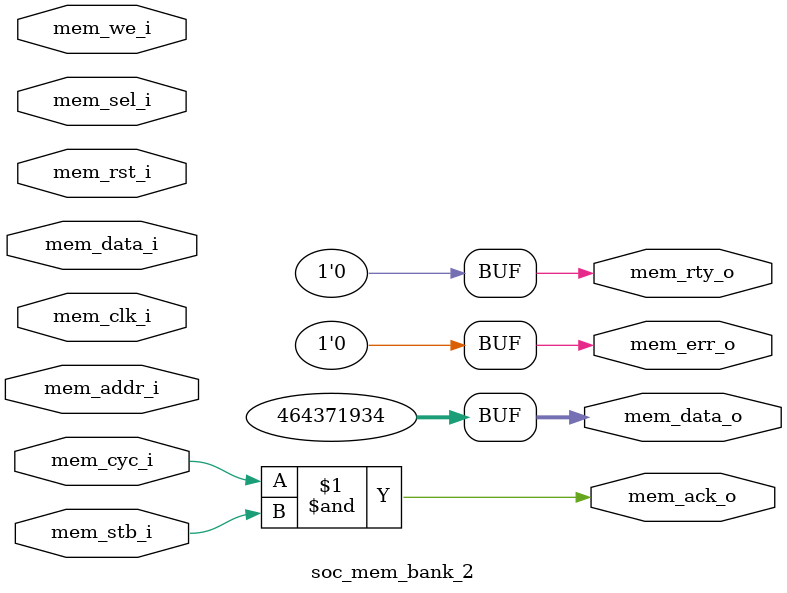
<source format=v>



module soc_mem_bank_2(
	                      input   [31:0]  mem_data_i,
	                      output  [31:0]  mem_data_o,
	                      input   [31:0]  mem_addr_i,
	                      input   [3:0]   mem_sel_i,
	                      input           mem_we_i,
	                      input           mem_cyc_i,
	                      input           mem_stb_i,
	                      output          mem_ack_o,
	                      output          mem_err_o,
	                      output          mem_rty_o,
	      
	                      input           mem_clk_i, 
	                      input           mem_rst_i
	                    );
                     
                           
  //---------------------------------------------------
  // outputs
  assign mem_data_o = 32'h1bad_c0de;
  assign mem_ack_o = mem_cyc_i & mem_stb_i;
  assign mem_err_o = 1'b0;
  assign mem_rty_o = 1'b0;

endmodule


</source>
